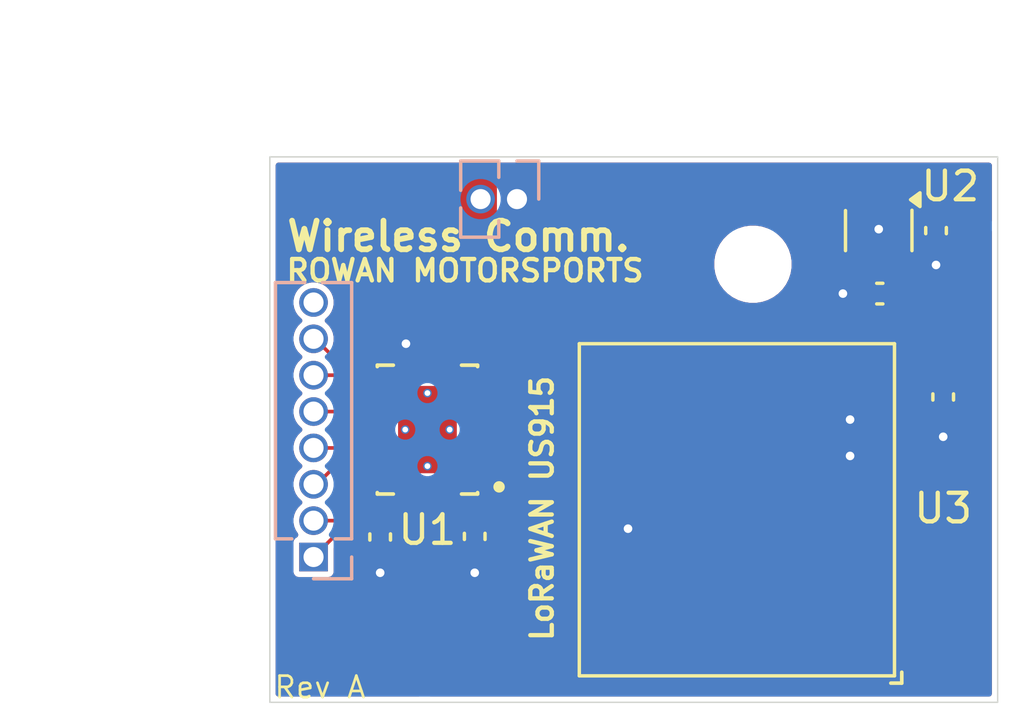
<source format=kicad_pcb>
(kicad_pcb (version 20241229) (generator "pcbnew") (generator_version "9.0")
  (layers (0 "F.Cu" signal) (2 "B.Cu" signal) (13 "F.Paste" user) (15 "B.Paste" user) (5 "F.SilkS" user "F.Silkscreen") (7 "B.SilkS" user "B.Silkscreen") (1 "F.Mask" user) (3 "B.Mask" user) (25 "Edge.Cuts" user))
  (net 0 "")
  (net 1 "GND")
  (net 2 "+5V")
  (net 3 "+3V3")
  (net 4 "/MCU_BUSY")
  (net 5 "/MCU_SCK")
  (net 6 "/MCU_MOSI")
  (net 7 "/MCU_RST")
  (net 8 "/MCU_DIO1")
  (net 9 "/MCU_RFSW")
  (net 10 "/MCU_MISO")
  (net 11 "/MOD_MISO")
  (net 12 "/MOD_SCK")
  (net 13 "/MOD_RFSW")
  (net 14 "/MOD_MOSI")
  (net 15 "/MOD_RST")
  (net 16 "/MOD_DIO1")
  (net 17 "/MOD_BUSY")
  (footprint "Capacitor_SMD:C_0402_1005Metric" (layer "F.Cu") (at 148.85 119 -90)
    (property "Reference" "C3" (hide yes))
    (property "Value" "100n")
    (fp_line (start -0.107836 0.36) (end 0.107836 0.36) (stroke (width 0.12)) (layer "F.SilkS"))
    (fp_line (start -0.107836 -0.36) (end 0.107836 -0.36) (stroke (width 0.12)) (layer "F.SilkS"))
    (pad "1" smd roundrect (at -0.48 0 270) (size 0.56 0.62) (layers "F.Cu" "F.Mask" "F.Paste") (net 2 "+5V"))
    (pad "2" smd roundrect (at 0.48 0 270) (size 0.56 0.62) (layers "F.Cu" "F.Mask" "F.Paste") (net 1 "GND"))
  )
  (footprint "Capacitor_SMD:C_0402_1005Metric" (layer "F.Cu") (at 168.25 108.3 -90)
    (property "Reference" "C1" (hide yes))
    (property "Value" "1u")
    (fp_line (start -0.107836 0.36) (end 0.107836 0.36) (stroke (width 0.12)) (layer "F.SilkS"))
    (fp_line (start -0.107836 -0.36) (end 0.107836 -0.36) (stroke (width 0.12)) (layer "F.SilkS"))
    (pad "1" smd roundrect (at -0.48 0 270) (size 0.56 0.62) (layers "F.Cu" "F.Mask" "F.Paste") (net 2 "+5V"))
    (pad "2" smd roundrect (at 0.48 0 270) (size 0.56 0.62) (layers "F.Cu" "F.Mask" "F.Paste") (net 1 "GND"))
  )
  (footprint "Package_TO_SOT_SMD:SOT-353_SC-70-5" (layer "F.Cu") (at 166.25 108.3 -90)
    (property "Reference" "U2" (at -1.55 -2.5 0) (layer "F.SilkS"))
    (property "Value" "MIC5365-3.3YC5-TR")
    (fp_line (start -0.7 1.16) (end 0.7 1.16) (stroke (width 0.12)) (layer "F.SilkS"))
    (fp_line (start -0.71 -1.16) (end 0.7 -1.16) (stroke (width 0.12)) (layer "F.SilkS"))
    (fp_poly (pts (xy -1.08 -1.11) (xy -1.32 -1.44) (xy -0.84 -1.44) (xy -1.08 -1.11)) (stroke (width 0.12)) (fill yes) (layer "F.SilkS"))
    (pad "1" smd roundrect (at -0.95 -0.65 270) (size 0.65 0.4) (layers "F.Cu" "F.Mask" "F.Paste") (net 2 "+5V"))
    (pad "2" smd roundrect (at -0.95 0 270) (size 0.65 0.4) (layers "F.Cu" "F.Mask" "F.Paste") (net 1 "GND"))
    (pad "3" smd roundrect (at -0.95 0.65 270) (size 0.65 0.4) (layers "F.Cu" "F.Mask" "F.Paste") (net 2 "+5V"))
    (pad "4" smd roundrect (at 0.95 0.65 270) (size 0.65 0.4) (layers "F.Cu" "F.Mask" "F.Paste"))
    (pad "5" smd roundrect (at 0.95 -0.65 270) (size 0.65 0.4) (layers "F.Cu" "F.Mask" "F.Paste") (net 3 "+3V3"))
  )
  (footprint "Capacitor_SMD:C_0402_1005Metric" (layer "F.Cu") (at 152.15 118.98 -90)
    (property "Reference" "C4" (hide yes))
    (property "Value" "100n")
    (fp_line (start -0.107836 0.36) (end 0.107836 0.36) (stroke (width 0.12)) (layer "F.SilkS"))
    (fp_line (start -0.107836 -0.36) (end 0.107836 -0.36) (stroke (width 0.12)) (layer "F.SilkS"))
    (pad "1" smd roundrect (at -0.48 0 270) (size 0.56 0.62) (layers "F.Cu" "F.Mask" "F.Paste") (net 3 "+3V3"))
    (pad "2" smd roundrect (at 0.48 0 270) (size 0.56 0.62) (layers "F.Cu" "F.Mask" "F.Paste") (net 1 "GND"))
  )
  (footprint "Capacitor_SMD:C_0402_1005Metric" (layer "F.Cu") (at 168.5 114.11 -90)
    (property "Reference" "C5" (hide yes))
    (property "Value" "100n")
    (fp_line (start -0.107836 0.36) (end 0.107836 0.36) (stroke (width 0.12)) (layer "F.SilkS"))
    (fp_line (start -0.107836 -0.36) (end 0.107836 -0.36) (stroke (width 0.12)) (layer "F.SilkS"))
    (pad "1" smd roundrect (at -0.48 0 270) (size 0.56 0.62) (layers "F.Cu" "F.Mask" "F.Paste") (net 3 "+3V3"))
    (pad "2" smd roundrect (at 0.48 0 270) (size 0.56 0.62) (layers "F.Cu" "F.Mask" "F.Paste") (net 1 "GND"))
  )
  (footprint "Wio-SX1262:Wio-SX1262 PCB Package" (layer "F.Cu") (at 166.8 123.85 90)
    (property "Reference" "U3" (at 5.85 1.7 0) (layer "F.SilkS"))
    (property "Value" "Wio-SX1262")
    (fp_line (start 11.6 -11) (end 11.6 0) (stroke (width 0.12)) (layer "F.SilkS"))
    (fp_line (start 0 -11) (end 11.6 -11) (stroke (width 0.12)) (layer "F.SilkS"))
    (fp_line (start 11.6 0) (end 0 0) (stroke (width 0.12)) (layer "F.SilkS"))
    (fp_line (start 0 0) (end 0 -11) (stroke (width 0.12)) (layer "F.SilkS"))
    (fp_line (start 0.127 0.254) (end -0.254 0.254) (stroke (width 0.127)) (layer "F.SilkS"))
    (fp_line (start -0.254 0.254) (end -0.254 -0.127) (stroke (width 0.127)) (layer "F.SilkS"))
    (pad "1" smd roundrect (at 1.33 -0.3 180) (size 1.6 0.6) (layers "F.Cu" "F.Mask" "F.Paste") (net 13 "/MOD_RFSW"))
    (pad "2" smd roundrect (at 2.6 -0.3 180) (size 1.6 0.6) (layers "F.Cu" "F.Mask" "F.Paste") (net 11 "/MOD_MISO"))
    (pad "3" smd roundrect (at 3.87 -0.3 180) (size 1.6 0.6) (layers "F.Cu" "F.Mask" "F.Paste") (net 14 "/MOD_MOSI"))
    (pad "4" smd roundrect (at 5.14 -0.3 180) (size 1.6 0.6) (layers "F.Cu" "F.Mask" "F.Paste") (net 12 "/MOD_SCK"))
    (pad "5" smd roundrect (at 6.41 -0.3 180) (size 1.6 0.6) (layers "F.Cu" "F.Mask" "F.Paste") (net 15 "/MOD_RST"))
    (pad "6" smd roundrect (at 7.68 -0.3 180) (size 1.6 0.6) (layers "F.Cu" "F.Mask" "F.Paste") (net 1 "GND"))
    (pad "7" smd roundrect (at 8.95 -0.3 180) (size 1.6 0.6) (layers "F.Cu" "F.Mask" "F.Paste") (net 1 "GND"))
    (pad "8" smd roundrect (at 10.22 -0.3 180) (size 1.6 0.6) (layers "F.Cu" "F.Mask" "F.Paste") (net 3 "+3V3"))
    (pad "9" smd roundrect (at 6.41 -10.7 180) (size 1.6 0.6) (layers "F.Cu" "F.Mask" "F.Paste"))
    (pad "10" smd roundrect (at 5.14 -10.7 180) (size 1.6 0.6) (layers "F.Cu" "F.Mask" "F.Paste") (net 1 "GND"))
    (pad "11" smd roundrect (at 3.87 -10.7 180) (size 1.6 0.6) (layers "F.Cu" "F.Mask" "F.Paste") (net 17 "/MOD_BUSY"))
    (pad "12" smd roundrect (at 2.6 -10.7 180) (size 1.6 0.6) (layers "F.Cu" "F.Mask" "F.Paste") (net 16 "/MOD_DIO1"))
  )
  (footprint "MountingHole:MountingHole_2.2mm_M2" (layer "F.Cu") (at 161.86 109.475)
    (property "Reference" "REF**" (hide yes))
    (property "Value" "MountingHole_2.2mm_M2")
    (pad "" np_thru_hole circle (at 0 0) (size 2.2 2.2) (drill 2.2) (layers "*.Cu" "*.Mask"))
  )
  (footprint "Capacitor_SMD:C_0402_1005Metric" (layer "F.Cu") (at 166.2875 110.5 180)
    (property "Reference" "C2" (hide yes))
    (property "Value" "1u")
    (fp_line (start -0.107836 0.36) (end 0.107836 0.36) (stroke (width 0.12)) (layer "F.SilkS"))
    (fp_line (start -0.107836 -0.36) (end 0.107836 -0.36) (stroke (width 0.12)) (layer "F.SilkS"))
    (pad "1" smd roundrect (at -0.48 0 180) (size 0.56 0.62) (layers "F.Cu" "F.Mask" "F.Paste") (net 3 "+3V3"))
    (pad "2" smd roundrect (at 0.48 0 180) (size 0.56 0.62) (layers "F.Cu" "F.Mask" "F.Paste") (net 1 "GND"))
  )
  (footprint "TXS0108ERGYR:IC_TXS0108ERGYR" (layer "F.Cu") (at 150.5 115.25 180)
    (property "Reference" "U1" (at 0 -3.5 0) (layer "F.SilkS"))
    (property "Value" "TXS0108ERGYR")
    (fp_line (start 1.75 2.25) (end 1.75 2.2) (stroke (width 0.127)) (layer "F.SilkS"))
    (fp_line (start 1.75 2.25) (end 1.19 2.25) (stroke (width 0.127)) (layer "F.SilkS"))
    (fp_line (start 1.75 -2.25) (end 1.75 -2.2) (stroke (width 0.127)) (layer "F.SilkS"))
    (fp_line (start 1.75 -2.25) (end 1.19 -2.25) (stroke (width 0.127)) (layer "F.SilkS"))
    (fp_line (start -1.75 2.25) (end -1.19 2.25) (stroke (width 0.127)) (layer "F.SilkS"))
    (fp_line (start -1.75 2.25) (end -1.75 2.2) (stroke (width 0.127)) (layer "F.SilkS"))
    (fp_line (start -1.75 -2.25) (end -1.19 -2.25) (stroke (width 0.127)) (layer "F.SilkS"))
    (fp_line (start -1.75 -2.25) (end -1.75 -2.2) (stroke (width 0.127)) (layer "F.SilkS"))
    (fp_circle (center -2.5 -2) (end -2.4 -2) (stroke (width 0.2)) (fill no) (layer "F.SilkS"))
    (pad "1" smd roundrect (at -0.75 -2.15 180) (size 0.24 0.6) (layers "F.Cu" "F.Mask" "F.Paste") (roundrect_rratio 0.2))
    (pad "2" smd roundrect (at -1.65 -1.75 180) (size 0.6 0.24) (layers "F.Cu" "F.Mask" "F.Paste") (roundrect_rratio 0.2) (net 3 "+3V3"))
    (pad "3" smd roundrect (at -1.65 -1.25 180) (size 0.6 0.24) (layers "F.Cu" "F.Mask" "F.Paste") (roundrect_rratio 0.2) (net 16 "/MOD_DIO1"))
    (pad "4" smd roundrect (at -1.65 -0.75 180) (size 0.6 0.24) (layers "F.Cu" "F.Mask" "F.Paste") (roundrect_rratio 0.2) (net 17 "/MOD_BUSY"))
    (pad "5" smd roundrect (at -1.65 -0.25 180) (size 0.6 0.24) (layers "F.Cu" "F.Mask" "F.Paste") (roundrect_rratio 0.2) (net 13 "/MOD_RFSW"))
    (pad "6" smd roundrect (at -1.65 0.25 180) (size 0.6 0.24) (layers "F.Cu" "F.Mask" "F.Paste") (roundrect_rratio 0.2) (net 11 "/MOD_MISO"))
    (pad "7" smd roundrect (at -1.65 0.75 180) (size 0.6 0.24) (layers "F.Cu" "F.Mask" "F.Paste") (roundrect_rratio 0.2) (net 14 "/MOD_MOSI"))
    (pad "8" smd roundrect (at -1.65 1.25 180) (size 0.6 0.24) (layers "F.Cu" "F.Mask" "F.Paste") (roundrect_rratio 0.2) (net 12 "/MOD_SCK"))
    (pad "9" smd roundrect (at -1.65 1.75 180) (size 0.6 0.24) (layers "F.Cu" "F.Mask" "F.Paste") (roundrect_rratio 0.2) (net 15 "/MOD_RST"))
    (pad "10" smd roundrect (at -0.75 2.15 180) (size 0.24 0.6) (layers "F.Cu" "F.Mask" "F.Paste") (roundrect_rratio 0.2) (net 3 "+3V3"))
    (pad "11" smd roundrect (at 0.75 2.15 180) (size 0.24 0.6) (layers "F.Cu" "F.Mask" "F.Paste") (roundrect_rratio 0.2) (net 1 "GND"))
    (pad "12" smd roundrect (at 1.65 1.75 180) (size 0.6 0.24) (layers "F.Cu" "F.Mask" "F.Paste") (roundrect_rratio 0.2) (net 7 "/MCU_RST"))
    (pad "13" smd roundrect (at 1.65 1.25 180) (size 0.6 0.24) (layers "F.Cu" "F.Mask" "F.Paste") (roundrect_rratio 0.2) (net 5 "/MCU_SCK"))
    (pad "14" smd roundrect (at 1.65 0.75 180) (size 0.6 0.24) (layers "F.Cu" "F.Mask" "F.Paste") (roundrect_rratio 0.2) (net 10 "/MCU_MISO"))
    (pad "15" smd roundrect (at 1.65 0.25 180) (size 0.6 0.24) (layers "F.Cu" "F.Mask" "F.Paste") (roundrect_rratio 0.2) (net 6 "/MCU_MOSI"))
    (pad "16" smd roundrect (at 1.65 -0.25 180) (size 0.6 0.24) (layers "F.Cu" "F.Mask" "F.Paste") (roundrect_rratio 0.2) (net 9 "/MCU_RFSW"))
    (pad "17" smd roundrect (at 1.65 -0.75 180) (size 0.6 0.24) (layers "F.Cu" "F.Mask" "F.Paste") (roundrect_rratio 0.2) (net 4 "/MCU_BUSY"))
    (pad "18" smd roundrect (at 1.65 -1.25 180) (size 0.6 0.24) (layers "F.Cu" "F.Mask" "F.Paste") (roundrect_rratio 0.2) (net 8 "/MCU_DIO1"))
    (pad "19" smd roundrect (at 1.65 -1.75 180) (size 0.6 0.24) (layers "F.Cu" "F.Mask" "F.Paste") (roundrect_rratio 0.2) (net 2 "+5V"))
    (pad "20" smd roundrect (at 0.75 -2.15 180) (size 0.24 0.6) (layers "F.Cu" "F.Mask" "F.Paste") (roundrect_rratio 0.2))
    (pad "21" smd rect (at 0 0 180) (size 2.05 3.05) (layers "F.Cu" "F.Mask") (net 1 "GND"))
    (pad "22" thru_hole circle (at 0 -1.275 180) (size 0.3 0.3) (drill 0.2) (layers "*.Cu"))
    (pad "23" thru_hole circle (at -0.775 0 180) (size 0.3 0.3) (drill 0.2) (layers "*.Cu"))
    (pad "24" thru_hole circle (at 0.775 0 180) (size 0.3 0.3) (drill 0.2) (layers "*.Cu"))
    (pad "25" thru_hole circle (at 0 1.275 180) (size 0.3 0.3) (drill 0.2) (layers "*.Cu"))
  )
  (footprint "Connector_PinSocket_1.27mm:PinSocket_1x02_P1.27mm_Vertical" (layer "B.Cu") (at 153.625 107.2 90)
    (property "Reference" "J1" (hide yes))
    (property "Value" "Conn_01x02")
    (fp_line (start 0.30753 -1.965) (end 1.33 -1.965) (stroke (width 0.12)) (layer "B.SilkS"))
    (fp_line (start -1.33 -1.965) (end -0.30753 -1.965) (stroke (width 0.12)) (layer "B.SilkS"))
    (fp_line (start 1.33 -0.635) (end 1.33 -1.965) (stroke (width 0.12)) (layer "B.SilkS"))
    (fp_line (start 0.76 -0.635) (end 1.33 -0.635) (stroke (width 0.12)) (layer "B.SilkS"))
    (fp_line (start -1.33 -0.635) (end -1.33 -1.965) (stroke (width 0.12)) (layer "B.SilkS"))
    (fp_line (start -1.33 -0.635) (end -0.76 -0.635) (stroke (width 0.12)) (layer "B.SilkS"))
    (fp_line (start 1.33 0.76) (end 1.33 0) (stroke (width 0.12)) (layer "B.SilkS"))
    (fp_line (start 0 0.76) (end 1.33 0.76) (stroke (width 0.12)) (layer "B.SilkS"))
    (pad "1" thru_hole rect (at 0 0 90) (size 1 1) (drill 0.7) (layers "*.Cu" "*.Mask") (net 1 "GND"))
    (pad "2" thru_hole circle (at 0 -1.27 90) (size 1 1) (drill 0.7) (layers "*.Cu" "*.Mask") (net 2 "+5V"))
  )
  (footprint "Connector_PinSocket_1.27mm:PinSocket_1x08_P1.27mm_Vertical" (layer "B.Cu") (at 146.525 119.7)
    (property "Reference" "J2" (hide yes))
    (property "Value" "Conn_01x08")
    (fp_line (start -1.33 -9.585) (end -0.30753 -9.585) (stroke (width 0.12)) (layer "B.SilkS"))
    (fp_line (start -1.33 -0.635) (end -1.33 -9.585) (stroke (width 0.12)) (layer "B.SilkS"))
    (fp_line (start -1.33 -0.635) (end -0.76 -0.635) (stroke (width 0.12)) (layer "B.SilkS"))
    (fp_line (start 0 0.76) (end 1.33 0.76) (stroke (width 0.12)) (layer "B.SilkS"))
    (fp_line (start 0.30753 -9.585) (end 1.33 -9.585) (stroke (width 0.12)) (layer "B.SilkS"))
    (fp_line (start 0.76 -0.635) (end 1.33 -0.635) (stroke (width 0.12)) (layer "B.SilkS"))
    (fp_line (start 1.33 -0.635) (end 1.33 -9.585) (stroke (width 0.12)) (layer "B.SilkS"))
    (fp_line (start 1.33 0.76) (end 1.33 0) (stroke (width 0.12)) (layer "B.SilkS"))
    (pad "1" thru_hole rect (at 0 0) (size 1 1) (drill 0.7) (layers "*.Cu" "*.Mask") (net 8 "/MCU_DIO1"))
    (pad "2" thru_hole circle (at 0 -1.27) (size 1 1) (drill 0.7) (layers "*.Cu" "*.Mask") (net 4 "/MCU_BUSY"))
    (pad "3" thru_hole circle (at 0 -2.54) (size 1 1) (drill 0.7) (layers "*.Cu" "*.Mask") (net 9 "/MCU_RFSW"))
    (pad "4" thru_hole circle (at 0 -3.81) (size 1 1) (drill 0.7) (layers "*.Cu" "*.Mask") (net 6 "/MCU_MOSI"))
    (pad "5" thru_hole circle (at 0 -5.08) (size 1 1) (drill 0.7) (layers "*.Cu" "*.Mask") (net 10 "/MCU_MISO"))
    (pad "6" thru_hole circle (at 0 -6.35) (size 1 1) (drill 0.7) (layers "*.Cu" "*.Mask") (net 5 "/MCU_SCK"))
    (pad "7" thru_hole circle (at 0 -7.62) (size 1 1) (drill 0.7) (layers "*.Cu" "*.Mask") (net 7 "/MCU_RST"))
    (pad "8" thru_hole circle (at 0 -8.89) (size 1 1) (drill 0.7) (layers "*.Cu" "*.Mask"))
  )
  (gr_rect (start 145 105.725) (end 170.4 124.775) (stroke (width 0.05)) (fill no) (layer "Edge.Cuts"))
  (gr_text "LoRaWAN US915" (at 154.5 118 90) (layer "F.SilkS") (effects (font (size 0.75 0.75) (thickness 0.15) (bold yes))))
  (gr_text "ROWAN MOTORSPORTS" (at 145.5 109.7 0) (layer "F.SilkS") (effects (font (size 0.75 0.75) (thickness 0.15) (bold yes)) (justify left)))
  (gr_text "Wireless Comm." (at 145.5 108.5 0) (layer "F.SilkS") (effects (font (size 1 1) (thickness 0.2) (bold yes)) (justify left)))
  (gr_text "Rev A" (at 146.75 124.25 0) (layer "F.SilkS") (effects (font (size 0.75 0.75) (thickness 0.09375))))
  (segment (start 168.25 109.5) (end 168.25 108.78) (width 0.2) (layer "F.Cu") (net 1))
  (segment (start 168.5 115.5) (end 168.5 114.59) (width 0.2) (layer "F.Cu") (net 1))
  (segment (start 149.75 112.25) (end 149.75 113.1) (width 0.2) (layer "F.Cu") (net 1))
  (segment (start 165.25 116.17) (end 166.5 116.17) (width 0.2) (layer "F.Cu") (net 1))
  (segment (start 157.5 118.71) (end 156.1 118.71) (width 0.2) (layer "F.Cu") (net 1))
  (segment (start 165 110.5) (end 165.8075 110.5) (width 0.2) (layer "F.Cu") (net 1))
  (segment (start 152.15 120.25) (end 152.15 119.46) (width 0.2) (layer "F.Cu") (net 1))
  (segment (start 166.25 108.25) (end 166.25 107.35) (width 0.2) (layer "F.Cu") (net 1))
  (segment (start 165.25 114.9) (end 166.5 114.9) (width 0.2) (layer "F.Cu") (net 1))
  (segment (start 148.85 120.25) (end 148.85 119.48) (width 0.2) (layer "F.Cu") (net 1))
  (via (at 157.5 118.71) (size 0.6) (drill 0.3) (layers "F.Cu" "B.Cu") (net 1))
  (via (at 168.5 115.5) (size 0.6) (drill 0.3) (layers "F.Cu" "B.Cu") (net 1))
  (via (at 165 110.5) (size 0.6) (drill 0.3) (layers "F.Cu" "B.Cu") (net 1))
  (via (at 165.25 114.9) (size 0.6) (drill 0.3) (layers "F.Cu" "B.Cu") (net 1))
  (via (at 148.85 120.25) (size 0.6) (drill 0.3) (layers "F.Cu" "B.Cu") (net 1))
  (via (at 149.75 112.25) (size 0.6) (drill 0.3) (layers "F.Cu" "B.Cu") (net 1))
  (via (at 168.25 109.5) (size 0.6) (drill 0.3) (layers "F.Cu" "B.Cu") (net 1))
  (via (at 165.25 116.17) (size 0.6) (drill 0.3) (layers "F.Cu" "B.Cu") (net 1))
  (via (at 152.15 120.25) (size 0.6) (drill 0.3) (layers "F.Cu" "B.Cu") (net 1))
  (via (at 166.25 108.25) (size 0.6) (drill 0.3) (layers "F.Cu" "B.Cu") (net 1))
  (segment (start 147.745 117.955) (end 147.745 116.455) (width 0.127) (layer "F.Cu") (net 4))
  (segment (start 148.2 116) (end 148.85 116) (width 0.127) (layer "F.Cu") (net 4))
  (segment (start 146.525 118.43) (end 147.27 118.43) (width 0.127) (layer "F.Cu") (net 4))
  (segment (start 147.27 118.43) (end 147.745 117.955) (width 0.127) (layer "F.Cu") (net 4))
  (segment (start 147.745 116.455) (end 148.2 116) (width 0.127) (layer "F.Cu") (net 4))
  (segment (start 148.85 114) (end 147.9 114) (width 0.127) (layer "F.Cu") (net 5))
  (segment (start 147.25 113.35) (end 146.525 113.35) (width 0.127) (layer "F.Cu") (net 5))
  (segment (start 147.9 114) (end 147.25 113.35) (width 0.127) (layer "F.Cu") (net 5))
  (segment (start 146.525 115.89) (end 147.31 115.89) (width 0.127) (layer "F.Cu") (net 6))
  (segment (start 148.2 115) (end 148.85 115) (width 0.127) (layer "F.Cu") (net 6))
  (segment (start 147.31 115.89) (end 148.2 115) (width 0.127) (layer "F.Cu") (net 6))
  (segment (start 146.58 112.08) (end 148 113.5) (width 0.127) (layer "F.Cu") (net 7))
  (segment (start 148 113.5) (end 148.85 113.5) (width 0.127) (layer "F.Cu") (net 7))
  (segment (start 146.525 112.08) (end 146.58 112.08) (width 0.127) (layer "F.Cu") (net 7))
  (segment (start 148.85 116.5) (end 148.3 116.5) (width 0.127) (layer "F.Cu") (net 8))
  (segment (start 148 118.225) (end 146.525 119.7) (width 0.127) (layer "F.Cu") (net 8))
  (segment (start 148 116.8) (end 148 118.225) (width 0.127) (layer "F.Cu") (net 8))
  (segment (start 148.3 116.5) (end 148 116.8) (width 0.127) (layer "F.Cu") (net 8))
  (segment (start 146.64 117.16) (end 148.3 115.5) (width 0.127) (layer "F.Cu") (net 9))
  (segment (start 148.3 115.5) (end 148.85 115.5) (width 0.127) (layer "F.Cu") (net 9))
  (segment (start 146.525 117.16) (end 146.64 117.16) (width 0.127) (layer "F.Cu") (net 9))
  (segment (start 146.525 114.62) (end 147.48 114.62) (width 0.127) (layer "F.Cu") (net 10))
  (segment (start 147.48 114.62) (end 147.6 114.5) (width 0.127) (layer "F.Cu") (net 10))
  (segment (start 147.6 114.5) (end 148.85 114.5) (width 0.127) (layer "F.Cu") (net 10))
  (segment (start 163.889376 121.25) (end 166.5 121.25) (width 0.127) (layer "F.Cu") (net 11))
  (segment (start 152.15 115) (end 157.639376 115) (width 0.127) (layer "F.Cu") (net 11))
  (segment (start 157.639376 115) (end 163.889376 121.25) (width 0.127) (layer "F.Cu") (net 11))
  (segment (start 157.360624 114) (end 162.070624 118.71) (width 0.127) (layer "F.Cu") (net 12))
  (segment (start 152.15 114) (end 157.360624 114) (width 0.127) (layer "F.Cu") (net 12))
  (segment (start 162.070624 118.71) (end 166.5 118.71) (width 0.127) (layer "F.Cu") (net 12))
  (segment (start 152.15 115.5) (end 157.778752 115.5) (width 0.127) (layer "F.Cu") (net 13))
  (segment (start 164.798752 122.52) (end 166.5 122.52) (width 0.127) (layer "F.Cu") (net 13))
  (segment (start 157.778752 115.5) (end 164.798752 122.52) (width 0.127) (layer "F.Cu") (net 13))
  (segment (start 157.5 114.5) (end 162.98 119.98) (width 0.127) (layer "F.Cu") (net 14))
  (segment (start 162.98 119.98) (end 166.5 119.98) (width 0.127) (layer "F.Cu") (net 14))
  (segment (start 152.15 114.5) (end 157.5 114.5) (width 0.127) (layer "F.Cu") (net 14))
  (segment (start 161.161248 117.44) (end 166.5 117.44) (width 0.127) (layer "F.Cu") (net 15))
  (segment (start 152.15 113.5) (end 157.221248 113.5) (width 0.127) (layer "F.Cu") (net 15))
  (segment (start 157.221248 113.5) (end 161.161248 117.44) (width 0.127) (layer "F.Cu") (net 15))
  (segment (start 152.889376 116.5) (end 153.995 117.605624) (width 0.127) (layer "F.Cu") (net 16))
  (segment (start 152.15 116.5) (end 152.889376 116.5) (width 0.127) (layer "F.Cu") (net 16))
  (segment (start 153.995 120.595) (end 154.65 121.25) (width 0.127) (layer "F.Cu") (net 16))
  (segment (start 153.995 117.605624) (end 153.995 120.595) (width 0.127) (layer "F.Cu") (net 16))
  (segment (start 154.65 121.25) (end 156.1 121.25) (width 0.127) (layer "F.Cu") (net 16))
  (segment (start 154.25 119.5) (end 154.25 117.5) (width 0.127) (layer "F.Cu") (net 17))
  (segment (start 156.1 119.98) (end 154.73 119.98) (width 0.127) (layer "F.Cu") (net 17))
  (segment (start 152.75 116) (end 152.15 116) (width 0.127) (layer "F.Cu") (net 17))
  (segment (start 154.25 117.5) (end 152.75 116) (width 0.127) (layer "F.Cu") (net 17))
  (segment (start 154.73 119.98) (end 154.25 119.5) (width 0.127) (layer "F.Cu") (net 17))
  (zone (net 2) (net_name "+5V") (layer "F.Cu") (connect_pads yes (clearance 0.2)) (min_thickness 0.2) (fill yes (thermal_gap 0.5) (thermal_bridge_width 0.5))
    (polygon (pts (xy 144.75 105.5) (xy 170.5 105.5) (xy 170.5 125) (xy 144.75 125)))
  )
  (zone (net 3) (net_name "+3V3") (layer "F.Cu") (priority 2) (connect_pads yes (clearance 0.2)) (min_thickness 0.2) (fill yes (thermal_gap 0.5) (thermal_bridge_width 0.5))
    (polygon (pts (xy 150.5 108.25) (xy 171 108.25) (xy 171 125.5) (xy 150.5 125.5) (xy 150.5 120.5)))
  )
  (zone (net 1) (net_name "GND") (layer "B.Cu") (priority 1) (connect_pads yes (clearance 0.2)) (min_thickness 0.2) (fill yes (thermal_gap 0.5) (thermal_bridge_width 0.5))
    (polygon (pts (xy 144.5 105.25) (xy 170.75 105.25) (xy 170.75 125.25) (xy 144.5 125.25)))
  )
)
</source>
